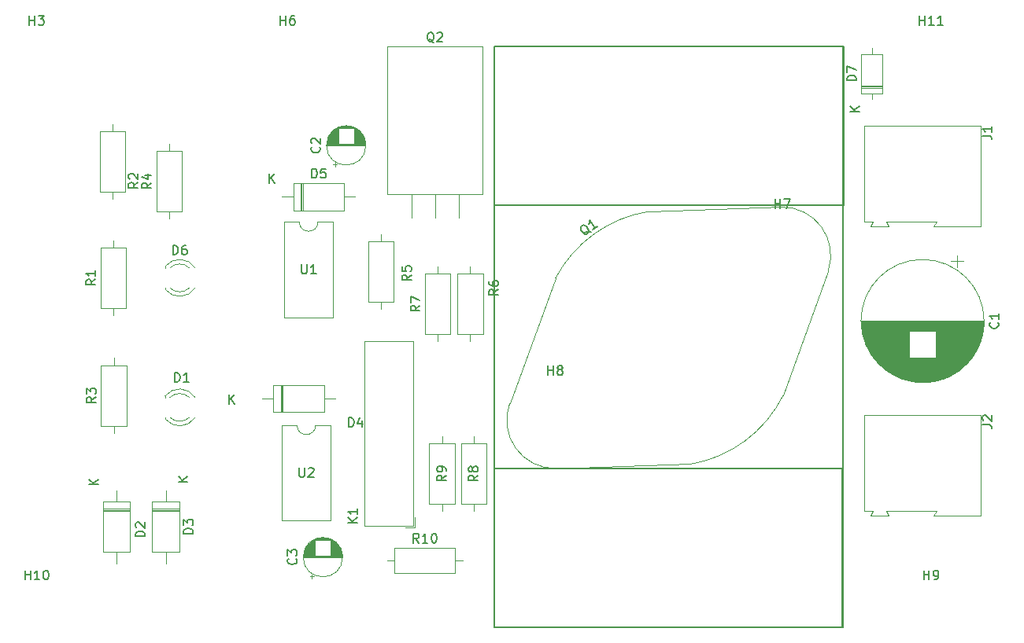
<source format=gbr>
%TF.GenerationSoftware,KiCad,Pcbnew,6.0.11-2627ca5db0~126~ubuntu22.04.1*%
%TF.CreationDate,2023-02-28T16:13:49+01:00*%
%TF.ProjectId,AstaGroeting-A_Spark_of_Passion,41737461-4772-46f6-9574-696e672d415f,rev?*%
%TF.SameCoordinates,Original*%
%TF.FileFunction,Legend,Top*%
%TF.FilePolarity,Positive*%
%FSLAX46Y46*%
G04 Gerber Fmt 4.6, Leading zero omitted, Abs format (unit mm)*
G04 Created by KiCad (PCBNEW 6.0.11-2627ca5db0~126~ubuntu22.04.1) date 2023-02-28 16:13:49*
%MOMM*%
%LPD*%
G01*
G04 APERTURE LIST*
%ADD10C,0.150000*%
%ADD11C,0.120000*%
G04 APERTURE END LIST*
D10*
X157950000Y-63130000D02*
X195450000Y-63130000D01*
X195450000Y-63130000D02*
X195450000Y-125630000D01*
X195450000Y-125630000D02*
X157950000Y-125630000D01*
X157950000Y-125630000D02*
X157950000Y-63130000D01*
X157950000Y-63130000D02*
X195550000Y-63130000D01*
X195550000Y-63130000D02*
X195550000Y-80180000D01*
X195550000Y-80180000D02*
X157950000Y-80180000D01*
X157950000Y-80180000D02*
X157950000Y-63130000D01*
X195350000Y-125630000D02*
X157950000Y-125630000D01*
X157950000Y-125630000D02*
X157950000Y-108580000D01*
X157950000Y-108580000D02*
X195350000Y-108580000D01*
X195350000Y-108580000D02*
X195350000Y-125630000D01*
%TO.C,R10*%
X149824642Y-116564880D02*
X149491309Y-116088690D01*
X149253214Y-116564880D02*
X149253214Y-115564880D01*
X149634166Y-115564880D01*
X149729404Y-115612500D01*
X149777023Y-115660119D01*
X149824642Y-115755357D01*
X149824642Y-115898214D01*
X149777023Y-115993452D01*
X149729404Y-116041071D01*
X149634166Y-116088690D01*
X149253214Y-116088690D01*
X150777023Y-116564880D02*
X150205595Y-116564880D01*
X150491309Y-116564880D02*
X150491309Y-115564880D01*
X150396071Y-115707738D01*
X150300833Y-115802976D01*
X150205595Y-115850595D01*
X151396071Y-115564880D02*
X151491309Y-115564880D01*
X151586547Y-115612500D01*
X151634166Y-115660119D01*
X151681785Y-115755357D01*
X151729404Y-115945833D01*
X151729404Y-116183928D01*
X151681785Y-116374404D01*
X151634166Y-116469642D01*
X151586547Y-116517261D01*
X151491309Y-116564880D01*
X151396071Y-116564880D01*
X151300833Y-116517261D01*
X151253214Y-116469642D01*
X151205595Y-116374404D01*
X151157976Y-116183928D01*
X151157976Y-115945833D01*
X151205595Y-115755357D01*
X151253214Y-115660119D01*
X151300833Y-115612500D01*
X151396071Y-115564880D01*
%TO.C,R9*%
X152769880Y-109299166D02*
X152293690Y-109632500D01*
X152769880Y-109870595D02*
X151769880Y-109870595D01*
X151769880Y-109489642D01*
X151817500Y-109394404D01*
X151865119Y-109346785D01*
X151960357Y-109299166D01*
X152103214Y-109299166D01*
X152198452Y-109346785D01*
X152246071Y-109394404D01*
X152293690Y-109489642D01*
X152293690Y-109870595D01*
X152769880Y-108822976D02*
X152769880Y-108632500D01*
X152722261Y-108537261D01*
X152674642Y-108489642D01*
X152531785Y-108394404D01*
X152341309Y-108346785D01*
X151960357Y-108346785D01*
X151865119Y-108394404D01*
X151817500Y-108442023D01*
X151769880Y-108537261D01*
X151769880Y-108727738D01*
X151817500Y-108822976D01*
X151865119Y-108870595D01*
X151960357Y-108918214D01*
X152198452Y-108918214D01*
X152293690Y-108870595D01*
X152341309Y-108822976D01*
X152388928Y-108727738D01*
X152388928Y-108537261D01*
X152341309Y-108442023D01*
X152293690Y-108394404D01*
X152198452Y-108346785D01*
%TO.C,R8*%
X156169880Y-109299166D02*
X155693690Y-109632500D01*
X156169880Y-109870595D02*
X155169880Y-109870595D01*
X155169880Y-109489642D01*
X155217500Y-109394404D01*
X155265119Y-109346785D01*
X155360357Y-109299166D01*
X155503214Y-109299166D01*
X155598452Y-109346785D01*
X155646071Y-109394404D01*
X155693690Y-109489642D01*
X155693690Y-109870595D01*
X155598452Y-108727738D02*
X155550833Y-108822976D01*
X155503214Y-108870595D01*
X155407976Y-108918214D01*
X155360357Y-108918214D01*
X155265119Y-108870595D01*
X155217500Y-108822976D01*
X155169880Y-108727738D01*
X155169880Y-108537261D01*
X155217500Y-108442023D01*
X155265119Y-108394404D01*
X155360357Y-108346785D01*
X155407976Y-108346785D01*
X155503214Y-108394404D01*
X155550833Y-108442023D01*
X155598452Y-108537261D01*
X155598452Y-108727738D01*
X155646071Y-108822976D01*
X155693690Y-108870595D01*
X155788928Y-108918214D01*
X155979404Y-108918214D01*
X156074642Y-108870595D01*
X156122261Y-108822976D01*
X156169880Y-108727738D01*
X156169880Y-108537261D01*
X156122261Y-108442023D01*
X156074642Y-108394404D01*
X155979404Y-108346785D01*
X155788928Y-108346785D01*
X155693690Y-108394404D01*
X155646071Y-108442023D01*
X155598452Y-108537261D01*
%TO.C,R7*%
X149932380Y-90996666D02*
X149456190Y-91330000D01*
X149932380Y-91568095D02*
X148932380Y-91568095D01*
X148932380Y-91187142D01*
X148980000Y-91091904D01*
X149027619Y-91044285D01*
X149122857Y-90996666D01*
X149265714Y-90996666D01*
X149360952Y-91044285D01*
X149408571Y-91091904D01*
X149456190Y-91187142D01*
X149456190Y-91568095D01*
X148932380Y-90663333D02*
X148932380Y-89996666D01*
X149932380Y-90425238D01*
%TO.C,R6*%
X158352380Y-89296666D02*
X157876190Y-89630000D01*
X158352380Y-89868095D02*
X157352380Y-89868095D01*
X157352380Y-89487142D01*
X157400000Y-89391904D01*
X157447619Y-89344285D01*
X157542857Y-89296666D01*
X157685714Y-89296666D01*
X157780952Y-89344285D01*
X157828571Y-89391904D01*
X157876190Y-89487142D01*
X157876190Y-89868095D01*
X157352380Y-88439523D02*
X157352380Y-88630000D01*
X157400000Y-88725238D01*
X157447619Y-88772857D01*
X157590476Y-88868095D01*
X157780952Y-88915714D01*
X158161904Y-88915714D01*
X158257142Y-88868095D01*
X158304761Y-88820476D01*
X158352380Y-88725238D01*
X158352380Y-88534761D01*
X158304761Y-88439523D01*
X158257142Y-88391904D01*
X158161904Y-88344285D01*
X157923809Y-88344285D01*
X157828571Y-88391904D01*
X157780952Y-88439523D01*
X157733333Y-88534761D01*
X157733333Y-88725238D01*
X157780952Y-88820476D01*
X157828571Y-88868095D01*
X157923809Y-88915714D01*
%TO.C,Q2*%
X151454761Y-62677619D02*
X151359523Y-62630000D01*
X151264285Y-62534761D01*
X151121428Y-62391904D01*
X151026190Y-62344285D01*
X150930952Y-62344285D01*
X150978571Y-62582380D02*
X150883333Y-62534761D01*
X150788095Y-62439523D01*
X150740476Y-62249047D01*
X150740476Y-61915714D01*
X150788095Y-61725238D01*
X150883333Y-61630000D01*
X150978571Y-61582380D01*
X151169047Y-61582380D01*
X151264285Y-61630000D01*
X151359523Y-61725238D01*
X151407142Y-61915714D01*
X151407142Y-62249047D01*
X151359523Y-62439523D01*
X151264285Y-62534761D01*
X151169047Y-62582380D01*
X150978571Y-62582380D01*
X151788095Y-61677619D02*
X151835714Y-61630000D01*
X151930952Y-61582380D01*
X152169047Y-61582380D01*
X152264285Y-61630000D01*
X152311904Y-61677619D01*
X152359523Y-61772857D01*
X152359523Y-61868095D01*
X152311904Y-62010952D01*
X151740476Y-62582380D01*
X152359523Y-62582380D01*
%TO.C,D7*%
X196882380Y-66768095D02*
X195882380Y-66768095D01*
X195882380Y-66530000D01*
X195930000Y-66387142D01*
X196025238Y-66291904D01*
X196120476Y-66244285D01*
X196310952Y-66196666D01*
X196453809Y-66196666D01*
X196644285Y-66244285D01*
X196739523Y-66291904D01*
X196834761Y-66387142D01*
X196882380Y-66530000D01*
X196882380Y-66768095D01*
X195882380Y-65863333D02*
X195882380Y-65196666D01*
X196882380Y-65625238D01*
X197202380Y-70101904D02*
X196202380Y-70101904D01*
X197202380Y-69530476D02*
X196630952Y-69959047D01*
X196202380Y-69530476D02*
X196773809Y-70101904D01*
%TO.C,U1*%
X137188095Y-86582380D02*
X137188095Y-87391904D01*
X137235714Y-87487142D01*
X137283333Y-87534761D01*
X137378571Y-87582380D01*
X137569047Y-87582380D01*
X137664285Y-87534761D01*
X137711904Y-87487142D01*
X137759523Y-87391904D01*
X137759523Y-86582380D01*
X138759523Y-87582380D02*
X138188095Y-87582380D01*
X138473809Y-87582380D02*
X138473809Y-86582380D01*
X138378571Y-86725238D01*
X138283333Y-86820476D01*
X138188095Y-86868095D01*
%TO.C,Q1*%
X168314051Y-83087592D02*
X168209012Y-83105047D01*
X168075983Y-83083977D01*
X167876440Y-83052373D01*
X167771401Y-83069828D01*
X167694351Y-83125807D01*
X167872825Y-83290441D02*
X167767786Y-83307896D01*
X167634757Y-83286826D01*
X167484273Y-83160717D01*
X167288345Y-82891045D01*
X167214911Y-82708957D01*
X167235980Y-82575928D01*
X167285040Y-82481424D01*
X167439138Y-82369465D01*
X167544177Y-82352010D01*
X167677206Y-82373079D01*
X167827690Y-82499188D01*
X168023618Y-82768860D01*
X168097053Y-82950949D01*
X168075983Y-83083977D01*
X168026923Y-83178482D01*
X167872825Y-83290441D01*
X168990039Y-82478737D02*
X168527743Y-82814615D01*
X168758891Y-82646676D02*
X168171106Y-81837659D01*
X168178026Y-82009212D01*
X168156956Y-82142241D01*
X168107897Y-82236745D01*
%TO.C,H11*%
X203661904Y-60782380D02*
X203661904Y-59782380D01*
X203661904Y-60258571D02*
X204233333Y-60258571D01*
X204233333Y-60782380D02*
X204233333Y-59782380D01*
X205233333Y-60782380D02*
X204661904Y-60782380D01*
X204947619Y-60782380D02*
X204947619Y-59782380D01*
X204852380Y-59925238D01*
X204757142Y-60020476D01*
X204661904Y-60068095D01*
X206185714Y-60782380D02*
X205614285Y-60782380D01*
X205900000Y-60782380D02*
X205900000Y-59782380D01*
X205804761Y-59925238D01*
X205709523Y-60020476D01*
X205614285Y-60068095D01*
%TO.C,K1*%
X143202380Y-114418095D02*
X142202380Y-114418095D01*
X143202380Y-113846666D02*
X142630952Y-114275238D01*
X142202380Y-113846666D02*
X142773809Y-114418095D01*
X143202380Y-112894285D02*
X143202380Y-113465714D01*
X143202380Y-113180000D02*
X142202380Y-113180000D01*
X142345238Y-113275238D01*
X142440476Y-113370476D01*
X142488095Y-113465714D01*
%TO.C,H6*%
X134938095Y-60782380D02*
X134938095Y-59782380D01*
X134938095Y-60258571D02*
X135509523Y-60258571D01*
X135509523Y-60782380D02*
X135509523Y-59782380D01*
X136414285Y-59782380D02*
X136223809Y-59782380D01*
X136128571Y-59830000D01*
X136080952Y-59877619D01*
X135985714Y-60020476D01*
X135938095Y-60210952D01*
X135938095Y-60591904D01*
X135985714Y-60687142D01*
X136033333Y-60734761D01*
X136128571Y-60782380D01*
X136319047Y-60782380D01*
X136414285Y-60734761D01*
X136461904Y-60687142D01*
X136509523Y-60591904D01*
X136509523Y-60353809D01*
X136461904Y-60258571D01*
X136414285Y-60210952D01*
X136319047Y-60163333D01*
X136128571Y-60163333D01*
X136033333Y-60210952D01*
X135985714Y-60258571D01*
X135938095Y-60353809D01*
%TO.C,C1*%
X212107142Y-92831451D02*
X212154761Y-92879070D01*
X212202380Y-93021927D01*
X212202380Y-93117165D01*
X212154761Y-93260023D01*
X212059523Y-93355261D01*
X211964285Y-93402880D01*
X211773809Y-93450499D01*
X211630952Y-93450499D01*
X211440476Y-93402880D01*
X211345238Y-93355261D01*
X211250000Y-93260023D01*
X211202380Y-93117165D01*
X211202380Y-93021927D01*
X211250000Y-92879070D01*
X211297619Y-92831451D01*
X212202380Y-91879070D02*
X212202380Y-92450499D01*
X212202380Y-92164785D02*
X211202380Y-92164785D01*
X211345238Y-92260023D01*
X211440476Y-92355261D01*
X211488095Y-92450499D01*
%TO.C,D1*%
X123551904Y-99232380D02*
X123551904Y-98232380D01*
X123790000Y-98232380D01*
X123932857Y-98280000D01*
X124028095Y-98375238D01*
X124075714Y-98470476D01*
X124123333Y-98660952D01*
X124123333Y-98803809D01*
X124075714Y-98994285D01*
X124028095Y-99089523D01*
X123932857Y-99184761D01*
X123790000Y-99232380D01*
X123551904Y-99232380D01*
X125075714Y-99232380D02*
X124504285Y-99232380D01*
X124790000Y-99232380D02*
X124790000Y-98232380D01*
X124694761Y-98375238D01*
X124599523Y-98470476D01*
X124504285Y-98518095D01*
%TO.C,D5*%
X138311904Y-77262380D02*
X138311904Y-76262380D01*
X138550000Y-76262380D01*
X138692857Y-76310000D01*
X138788095Y-76405238D01*
X138835714Y-76500476D01*
X138883333Y-76690952D01*
X138883333Y-76833809D01*
X138835714Y-77024285D01*
X138788095Y-77119523D01*
X138692857Y-77214761D01*
X138550000Y-77262380D01*
X138311904Y-77262380D01*
X139788095Y-76262380D02*
X139311904Y-76262380D01*
X139264285Y-76738571D01*
X139311904Y-76690952D01*
X139407142Y-76643333D01*
X139645238Y-76643333D01*
X139740476Y-76690952D01*
X139788095Y-76738571D01*
X139835714Y-76833809D01*
X139835714Y-77071904D01*
X139788095Y-77167142D01*
X139740476Y-77214761D01*
X139645238Y-77262380D01*
X139407142Y-77262380D01*
X139311904Y-77214761D01*
X139264285Y-77167142D01*
X133708095Y-77832380D02*
X133708095Y-76832380D01*
X134279523Y-77832380D02*
X133850952Y-77260952D01*
X134279523Y-76832380D02*
X133708095Y-77403809D01*
%TO.C,D3*%
X125522380Y-115568095D02*
X124522380Y-115568095D01*
X124522380Y-115330000D01*
X124570000Y-115187142D01*
X124665238Y-115091904D01*
X124760476Y-115044285D01*
X124950952Y-114996666D01*
X125093809Y-114996666D01*
X125284285Y-115044285D01*
X125379523Y-115091904D01*
X125474761Y-115187142D01*
X125522380Y-115330000D01*
X125522380Y-115568095D01*
X124522380Y-114663333D02*
X124522380Y-114044285D01*
X124903333Y-114377619D01*
X124903333Y-114234761D01*
X124950952Y-114139523D01*
X124998571Y-114091904D01*
X125093809Y-114044285D01*
X125331904Y-114044285D01*
X125427142Y-114091904D01*
X125474761Y-114139523D01*
X125522380Y-114234761D01*
X125522380Y-114520476D01*
X125474761Y-114615714D01*
X125427142Y-114663333D01*
X124952380Y-110011904D02*
X123952380Y-110011904D01*
X124952380Y-109440476D02*
X124380952Y-109869047D01*
X123952380Y-109440476D02*
X124523809Y-110011904D01*
%TO.C,H7*%
X188138095Y-80532380D02*
X188138095Y-79532380D01*
X188138095Y-80008571D02*
X188709523Y-80008571D01*
X188709523Y-80532380D02*
X188709523Y-79532380D01*
X189090476Y-79532380D02*
X189757142Y-79532380D01*
X189328571Y-80532380D01*
%TO.C,J1*%
X210442380Y-72728333D02*
X211156666Y-72728333D01*
X211299523Y-72775952D01*
X211394761Y-72871190D01*
X211442380Y-73014047D01*
X211442380Y-73109285D01*
X211442380Y-71728333D02*
X211442380Y-72299761D01*
X211442380Y-72014047D02*
X210442380Y-72014047D01*
X210585238Y-72109285D01*
X210680476Y-72204523D01*
X210728095Y-72299761D01*
%TO.C,H9*%
X204138095Y-120532380D02*
X204138095Y-119532380D01*
X204138095Y-120008571D02*
X204709523Y-120008571D01*
X204709523Y-120532380D02*
X204709523Y-119532380D01*
X205233333Y-120532380D02*
X205423809Y-120532380D01*
X205519047Y-120484761D01*
X205566666Y-120437142D01*
X205661904Y-120294285D01*
X205709523Y-120103809D01*
X205709523Y-119722857D01*
X205661904Y-119627619D01*
X205614285Y-119580000D01*
X205519047Y-119532380D01*
X205328571Y-119532380D01*
X205233333Y-119580000D01*
X205185714Y-119627619D01*
X205138095Y-119722857D01*
X205138095Y-119960952D01*
X205185714Y-120056190D01*
X205233333Y-120103809D01*
X205328571Y-120151428D01*
X205519047Y-120151428D01*
X205614285Y-120103809D01*
X205661904Y-120056190D01*
X205709523Y-119960952D01*
%TO.C,H3*%
X107938095Y-60782380D02*
X107938095Y-59782380D01*
X107938095Y-60258571D02*
X108509523Y-60258571D01*
X108509523Y-60782380D02*
X108509523Y-59782380D01*
X108890476Y-59782380D02*
X109509523Y-59782380D01*
X109176190Y-60163333D01*
X109319047Y-60163333D01*
X109414285Y-60210952D01*
X109461904Y-60258571D01*
X109509523Y-60353809D01*
X109509523Y-60591904D01*
X109461904Y-60687142D01*
X109414285Y-60734761D01*
X109319047Y-60782380D01*
X109033333Y-60782380D01*
X108938095Y-60734761D01*
X108890476Y-60687142D01*
%TO.C,C3*%
X136607142Y-118269266D02*
X136654761Y-118316885D01*
X136702380Y-118459742D01*
X136702380Y-118554980D01*
X136654761Y-118697838D01*
X136559523Y-118793076D01*
X136464285Y-118840695D01*
X136273809Y-118888314D01*
X136130952Y-118888314D01*
X135940476Y-118840695D01*
X135845238Y-118793076D01*
X135750000Y-118697838D01*
X135702380Y-118554980D01*
X135702380Y-118459742D01*
X135750000Y-118316885D01*
X135797619Y-118269266D01*
X135702380Y-117935933D02*
X135702380Y-117316885D01*
X136083333Y-117650219D01*
X136083333Y-117507361D01*
X136130952Y-117412123D01*
X136178571Y-117364504D01*
X136273809Y-117316885D01*
X136511904Y-117316885D01*
X136607142Y-117364504D01*
X136654761Y-117412123D01*
X136702380Y-117507361D01*
X136702380Y-117793076D01*
X136654761Y-117888314D01*
X136607142Y-117935933D01*
%TO.C,R3*%
X115082380Y-100866666D02*
X114606190Y-101200000D01*
X115082380Y-101438095D02*
X114082380Y-101438095D01*
X114082380Y-101057142D01*
X114130000Y-100961904D01*
X114177619Y-100914285D01*
X114272857Y-100866666D01*
X114415714Y-100866666D01*
X114510952Y-100914285D01*
X114558571Y-100961904D01*
X114606190Y-101057142D01*
X114606190Y-101438095D01*
X114082380Y-100533333D02*
X114082380Y-99914285D01*
X114463333Y-100247619D01*
X114463333Y-100104761D01*
X114510952Y-100009523D01*
X114558571Y-99961904D01*
X114653809Y-99914285D01*
X114891904Y-99914285D01*
X114987142Y-99961904D01*
X115034761Y-100009523D01*
X115082380Y-100104761D01*
X115082380Y-100390476D01*
X115034761Y-100485714D01*
X114987142Y-100533333D01*
%TO.C,R1*%
X115032380Y-88196666D02*
X114556190Y-88530000D01*
X115032380Y-88768095D02*
X114032380Y-88768095D01*
X114032380Y-88387142D01*
X114080000Y-88291904D01*
X114127619Y-88244285D01*
X114222857Y-88196666D01*
X114365714Y-88196666D01*
X114460952Y-88244285D01*
X114508571Y-88291904D01*
X114556190Y-88387142D01*
X114556190Y-88768095D01*
X115032380Y-87244285D02*
X115032380Y-87815714D01*
X115032380Y-87530000D02*
X114032380Y-87530000D01*
X114175238Y-87625238D01*
X114270476Y-87720476D01*
X114318095Y-87815714D01*
%TO.C,D4*%
X142261904Y-104082380D02*
X142261904Y-103082380D01*
X142500000Y-103082380D01*
X142642857Y-103130000D01*
X142738095Y-103225238D01*
X142785714Y-103320476D01*
X142833333Y-103510952D01*
X142833333Y-103653809D01*
X142785714Y-103844285D01*
X142738095Y-103939523D01*
X142642857Y-104034761D01*
X142500000Y-104082380D01*
X142261904Y-104082380D01*
X143690476Y-103415714D02*
X143690476Y-104082380D01*
X143452380Y-103034761D02*
X143214285Y-103749047D01*
X143833333Y-103749047D01*
X129438095Y-101582380D02*
X129438095Y-100582380D01*
X130009523Y-101582380D02*
X129580952Y-101010952D01*
X130009523Y-100582380D02*
X129438095Y-101153809D01*
%TO.C,J2*%
X210442380Y-103828333D02*
X211156666Y-103828333D01*
X211299523Y-103875952D01*
X211394761Y-103971190D01*
X211442380Y-104114047D01*
X211442380Y-104209285D01*
X210537619Y-103399761D02*
X210490000Y-103352142D01*
X210442380Y-103256904D01*
X210442380Y-103018809D01*
X210490000Y-102923571D01*
X210537619Y-102875952D01*
X210632857Y-102828333D01*
X210728095Y-102828333D01*
X210870952Y-102875952D01*
X211442380Y-103447380D01*
X211442380Y-102828333D01*
%TO.C,R2*%
X119602380Y-77746666D02*
X119126190Y-78080000D01*
X119602380Y-78318095D02*
X118602380Y-78318095D01*
X118602380Y-77937142D01*
X118650000Y-77841904D01*
X118697619Y-77794285D01*
X118792857Y-77746666D01*
X118935714Y-77746666D01*
X119030952Y-77794285D01*
X119078571Y-77841904D01*
X119126190Y-77937142D01*
X119126190Y-78318095D01*
X118697619Y-77365714D02*
X118650000Y-77318095D01*
X118602380Y-77222857D01*
X118602380Y-76984761D01*
X118650000Y-76889523D01*
X118697619Y-76841904D01*
X118792857Y-76794285D01*
X118888095Y-76794285D01*
X119030952Y-76841904D01*
X119602380Y-77413333D01*
X119602380Y-76794285D01*
%TO.C,D2*%
X120352380Y-115868095D02*
X119352380Y-115868095D01*
X119352380Y-115630000D01*
X119400000Y-115487142D01*
X119495238Y-115391904D01*
X119590476Y-115344285D01*
X119780952Y-115296666D01*
X119923809Y-115296666D01*
X120114285Y-115344285D01*
X120209523Y-115391904D01*
X120304761Y-115487142D01*
X120352380Y-115630000D01*
X120352380Y-115868095D01*
X119447619Y-114915714D02*
X119400000Y-114868095D01*
X119352380Y-114772857D01*
X119352380Y-114534761D01*
X119400000Y-114439523D01*
X119447619Y-114391904D01*
X119542857Y-114344285D01*
X119638095Y-114344285D01*
X119780952Y-114391904D01*
X120352380Y-114963333D01*
X120352380Y-114344285D01*
X115352380Y-110291904D02*
X114352380Y-110291904D01*
X115352380Y-109720476D02*
X114780952Y-110149047D01*
X114352380Y-109720476D02*
X114923809Y-110291904D01*
%TO.C,D6*%
X123351904Y-85522380D02*
X123351904Y-84522380D01*
X123590000Y-84522380D01*
X123732857Y-84570000D01*
X123828095Y-84665238D01*
X123875714Y-84760476D01*
X123923333Y-84950952D01*
X123923333Y-85093809D01*
X123875714Y-85284285D01*
X123828095Y-85379523D01*
X123732857Y-85474761D01*
X123590000Y-85522380D01*
X123351904Y-85522380D01*
X124780476Y-84522380D02*
X124590000Y-84522380D01*
X124494761Y-84570000D01*
X124447142Y-84617619D01*
X124351904Y-84760476D01*
X124304285Y-84950952D01*
X124304285Y-85331904D01*
X124351904Y-85427142D01*
X124399523Y-85474761D01*
X124494761Y-85522380D01*
X124685238Y-85522380D01*
X124780476Y-85474761D01*
X124828095Y-85427142D01*
X124875714Y-85331904D01*
X124875714Y-85093809D01*
X124828095Y-84998571D01*
X124780476Y-84950952D01*
X124685238Y-84903333D01*
X124494761Y-84903333D01*
X124399523Y-84950952D01*
X124351904Y-84998571D01*
X124304285Y-85093809D01*
%TO.C,R4*%
X121032380Y-77796666D02*
X120556190Y-78130000D01*
X121032380Y-78368095D02*
X120032380Y-78368095D01*
X120032380Y-77987142D01*
X120080000Y-77891904D01*
X120127619Y-77844285D01*
X120222857Y-77796666D01*
X120365714Y-77796666D01*
X120460952Y-77844285D01*
X120508571Y-77891904D01*
X120556190Y-77987142D01*
X120556190Y-78368095D01*
X120365714Y-76939523D02*
X121032380Y-76939523D01*
X119984761Y-77177619D02*
X120699047Y-77415714D01*
X120699047Y-76796666D01*
%TO.C,C2*%
X139107142Y-73919266D02*
X139154761Y-73966885D01*
X139202380Y-74109742D01*
X139202380Y-74204980D01*
X139154761Y-74347838D01*
X139059523Y-74443076D01*
X138964285Y-74490695D01*
X138773809Y-74538314D01*
X138630952Y-74538314D01*
X138440476Y-74490695D01*
X138345238Y-74443076D01*
X138250000Y-74347838D01*
X138202380Y-74204980D01*
X138202380Y-74109742D01*
X138250000Y-73966885D01*
X138297619Y-73919266D01*
X138297619Y-73538314D02*
X138250000Y-73490695D01*
X138202380Y-73395457D01*
X138202380Y-73157361D01*
X138250000Y-73062123D01*
X138297619Y-73014504D01*
X138392857Y-72966885D01*
X138488095Y-72966885D01*
X138630952Y-73014504D01*
X139202380Y-73585933D01*
X139202380Y-72966885D01*
%TO.C,H10*%
X107461904Y-120532380D02*
X107461904Y-119532380D01*
X107461904Y-120008571D02*
X108033333Y-120008571D01*
X108033333Y-120532380D02*
X108033333Y-119532380D01*
X109033333Y-120532380D02*
X108461904Y-120532380D01*
X108747619Y-120532380D02*
X108747619Y-119532380D01*
X108652380Y-119675238D01*
X108557142Y-119770476D01*
X108461904Y-119818095D01*
X109652380Y-119532380D02*
X109747619Y-119532380D01*
X109842857Y-119580000D01*
X109890476Y-119627619D01*
X109938095Y-119722857D01*
X109985714Y-119913333D01*
X109985714Y-120151428D01*
X109938095Y-120341904D01*
X109890476Y-120437142D01*
X109842857Y-120484761D01*
X109747619Y-120532380D01*
X109652380Y-120532380D01*
X109557142Y-120484761D01*
X109509523Y-120437142D01*
X109461904Y-120341904D01*
X109414285Y-120151428D01*
X109414285Y-119913333D01*
X109461904Y-119722857D01*
X109509523Y-119627619D01*
X109557142Y-119580000D01*
X109652380Y-119532380D01*
%TO.C,U2*%
X136938095Y-108482380D02*
X136938095Y-109291904D01*
X136985714Y-109387142D01*
X137033333Y-109434761D01*
X137128571Y-109482380D01*
X137319047Y-109482380D01*
X137414285Y-109434761D01*
X137461904Y-109387142D01*
X137509523Y-109291904D01*
X137509523Y-108482380D01*
X137938095Y-108577619D02*
X137985714Y-108530000D01*
X138080952Y-108482380D01*
X138319047Y-108482380D01*
X138414285Y-108530000D01*
X138461904Y-108577619D01*
X138509523Y-108672857D01*
X138509523Y-108768095D01*
X138461904Y-108910952D01*
X137890476Y-109482380D01*
X138509523Y-109482380D01*
%TO.C,R5*%
X149002380Y-87696666D02*
X148526190Y-88030000D01*
X149002380Y-88268095D02*
X148002380Y-88268095D01*
X148002380Y-87887142D01*
X148050000Y-87791904D01*
X148097619Y-87744285D01*
X148192857Y-87696666D01*
X148335714Y-87696666D01*
X148430952Y-87744285D01*
X148478571Y-87791904D01*
X148526190Y-87887142D01*
X148526190Y-88268095D01*
X148002380Y-86791904D02*
X148002380Y-87268095D01*
X148478571Y-87315714D01*
X148430952Y-87268095D01*
X148383333Y-87172857D01*
X148383333Y-86934761D01*
X148430952Y-86839523D01*
X148478571Y-86791904D01*
X148573809Y-86744285D01*
X148811904Y-86744285D01*
X148907142Y-86791904D01*
X148954761Y-86839523D01*
X149002380Y-86934761D01*
X149002380Y-87172857D01*
X148954761Y-87268095D01*
X148907142Y-87315714D01*
%TO.C,H8*%
X163713776Y-98502462D02*
X163713776Y-97502462D01*
X163713776Y-97978653D02*
X164285204Y-97978653D01*
X164285204Y-98502462D02*
X164285204Y-97502462D01*
X164904252Y-97931034D02*
X164809014Y-97883415D01*
X164761395Y-97835796D01*
X164713776Y-97740558D01*
X164713776Y-97692939D01*
X164761395Y-97597701D01*
X164809014Y-97550082D01*
X164904252Y-97502462D01*
X165094728Y-97502462D01*
X165189966Y-97550082D01*
X165237585Y-97597701D01*
X165285204Y-97692939D01*
X165285204Y-97740558D01*
X165237585Y-97835796D01*
X165189966Y-97883415D01*
X165094728Y-97931034D01*
X164904252Y-97931034D01*
X164809014Y-97978653D01*
X164761395Y-98026272D01*
X164713776Y-98121510D01*
X164713776Y-98311986D01*
X164761395Y-98407224D01*
X164809014Y-98454843D01*
X164904252Y-98502462D01*
X165094728Y-98502462D01*
X165189966Y-98454843D01*
X165237585Y-98407224D01*
X165285204Y-98311986D01*
X165285204Y-98121510D01*
X165237585Y-98026272D01*
X165189966Y-97978653D01*
X165094728Y-97931034D01*
D11*
%TO.C,R10*%
X154507500Y-118482500D02*
X153737500Y-118482500D01*
X146427500Y-118482500D02*
X147197500Y-118482500D01*
X147197500Y-117112500D02*
X147197500Y-119852500D01*
X153737500Y-119852500D02*
X153737500Y-117112500D01*
X147197500Y-119852500D02*
X153737500Y-119852500D01*
X153737500Y-117112500D02*
X147197500Y-117112500D01*
%TO.C,R9*%
X152317500Y-113172500D02*
X152317500Y-112402500D01*
X152317500Y-105092500D02*
X152317500Y-105862500D01*
X153687500Y-105862500D02*
X150947500Y-105862500D01*
X150947500Y-112402500D02*
X153687500Y-112402500D01*
X150947500Y-105862500D02*
X150947500Y-112402500D01*
X153687500Y-112402500D02*
X153687500Y-105862500D01*
%TO.C,R8*%
X155717500Y-105092500D02*
X155717500Y-105862500D01*
X155717500Y-113172500D02*
X155717500Y-112402500D01*
X154347500Y-112402500D02*
X157087500Y-112402500D01*
X157087500Y-105862500D02*
X154347500Y-105862500D01*
X157087500Y-112402500D02*
X157087500Y-105862500D01*
X154347500Y-105862500D02*
X154347500Y-112402500D01*
%TO.C,R7*%
X151850000Y-86790000D02*
X151850000Y-87560000D01*
X151850000Y-94870000D02*
X151850000Y-94100000D01*
X150480000Y-94100000D02*
X153220000Y-94100000D01*
X153220000Y-87560000D02*
X150480000Y-87560000D01*
X153220000Y-94100000D02*
X153220000Y-87560000D01*
X150480000Y-87560000D02*
X150480000Y-94100000D01*
%TO.C,R6*%
X155350000Y-86790000D02*
X155350000Y-87560000D01*
X155350000Y-94870000D02*
X155350000Y-94100000D01*
X153980000Y-94100000D02*
X156720000Y-94100000D01*
X156720000Y-87560000D02*
X153980000Y-87560000D01*
X156720000Y-94100000D02*
X156720000Y-87560000D01*
X153980000Y-87560000D02*
X153980000Y-94100000D01*
%TO.C,Q2*%
X149010000Y-79020000D02*
X149010000Y-81560000D01*
X154090000Y-79020000D02*
X154090000Y-81560000D01*
X151550000Y-79020000D02*
X151550000Y-81560000D01*
X146430000Y-79020000D02*
X156670000Y-79020000D01*
X156670000Y-63130000D02*
X156670000Y-79020000D01*
X146430000Y-63130000D02*
X156670000Y-63130000D01*
X146430000Y-63130000D02*
X146430000Y-79020000D01*
%TO.C,D7*%
X197430000Y-63910000D02*
X197430000Y-68150000D01*
X197430000Y-67430000D02*
X199670000Y-67430000D01*
X197430000Y-67550000D02*
X199670000Y-67550000D01*
X199670000Y-63910000D02*
X197430000Y-63910000D01*
X197430000Y-67310000D02*
X199670000Y-67310000D01*
X198550000Y-68800000D02*
X198550000Y-68150000D01*
X197430000Y-68150000D02*
X199670000Y-68150000D01*
X199670000Y-68150000D02*
X199670000Y-63910000D01*
X198550000Y-63260000D02*
X198550000Y-63910000D01*
%TO.C,U1*%
X136960000Y-82000000D02*
X135310000Y-82000000D01*
X140610000Y-82000000D02*
X138960000Y-82000000D01*
X140610000Y-92280000D02*
X140610000Y-82000000D01*
X135310000Y-82000000D02*
X135310000Y-92280000D01*
X135310000Y-92280000D02*
X140610000Y-92280000D01*
X136960000Y-82000000D02*
G75*
G03*
X138960000Y-82000000I1000000J0D01*
G01*
%TO.C,Q1*%
X179033805Y-108057980D02*
X164564541Y-108558365D01*
X189006838Y-100688541D02*
X193850956Y-87280539D01*
X174606099Y-80867625D02*
X188854781Y-80403895D01*
X164515510Y-88075260D02*
X159590489Y-101542041D01*
X159590489Y-101542041D02*
G75*
G03*
X164564541Y-108558365I4885192J-1808041D01*
G01*
X179028275Y-108092900D02*
G75*
G03*
X189006838Y-100688541I-2282078J13501504D01*
G01*
X174606099Y-80867626D02*
G75*
G03*
X164515510Y-88075260I2105150J-13614341D01*
G01*
X193850957Y-87280539D02*
G75*
G03*
X188854781Y-80403895I-4925147J1674960D01*
G01*
%TO.C,K1*%
X149182500Y-114712500D02*
X143982500Y-114712500D01*
X143982500Y-114712500D02*
X143982500Y-94812500D01*
X149382500Y-113812500D02*
X149382500Y-114912500D01*
X149382500Y-114912500D02*
X148382500Y-114912500D01*
X143982500Y-94812500D02*
X149182500Y-94812500D01*
X149182500Y-94812500D02*
X149182500Y-114712500D01*
%TO.C,C1*%
X207846000Y-98025785D02*
X200154000Y-98025785D01*
X209174000Y-96745785D02*
X198826000Y-96745785D01*
X208390000Y-97585785D02*
X199610000Y-97585785D01*
X210516000Y-93585785D02*
X197484000Y-93585785D01*
X202560000Y-94905785D02*
X197810000Y-94905785D01*
X209902000Y-95585785D02*
X205440000Y-95585785D01*
X210245000Y-94745785D02*
X205440000Y-94745785D01*
X206055000Y-98945785D02*
X201945000Y-98945785D01*
X206670000Y-98705785D02*
X201330000Y-98705785D01*
X210342000Y-94425785D02*
X205440000Y-94425785D01*
X207733000Y-98105785D02*
X200267000Y-98105785D01*
X209110000Y-96825785D02*
X198890000Y-96825785D01*
X202560000Y-93905785D02*
X197537000Y-93905785D01*
X202560000Y-96065785D02*
X198359000Y-96065785D01*
X210161000Y-94985785D02*
X205440000Y-94985785D01*
X204475000Y-99265785D02*
X203525000Y-99265785D01*
X202560000Y-95265785D02*
X197951000Y-95265785D01*
X209799000Y-95785785D02*
X205440000Y-95785785D01*
X207954000Y-97945785D02*
X200046000Y-97945785D01*
X208602000Y-97385785D02*
X199398000Y-97385785D01*
X208057000Y-97865785D02*
X199943000Y-97865785D01*
X207152000Y-98465785D02*
X200848000Y-98465785D01*
X205315000Y-99145785D02*
X202685000Y-99145785D01*
X209463000Y-96345785D02*
X205440000Y-96345785D01*
X205494000Y-99105785D02*
X202506000Y-99105785D01*
X205107000Y-99185785D02*
X202893000Y-99185785D01*
X208345000Y-97625785D02*
X199655000Y-97625785D01*
X202560000Y-95465785D02*
X198041000Y-95465785D01*
X202560000Y-94025785D02*
X197561000Y-94025785D01*
X209542000Y-96225785D02*
X205440000Y-96225785D01*
X202560000Y-96585785D02*
X198705000Y-96585785D01*
X202560000Y-96345785D02*
X198537000Y-96345785D01*
X202560000Y-95385785D02*
X198004000Y-95385785D01*
X205653000Y-99065785D02*
X202347000Y-99065785D01*
X202560000Y-96265785D02*
X198484000Y-96265785D01*
X210576000Y-92904785D02*
X197424000Y-92904785D01*
X202560000Y-95545785D02*
X198079000Y-95545785D01*
X210579000Y-92784785D02*
X197421000Y-92784785D01*
X208721000Y-97265785D02*
X199279000Y-97265785D01*
X210463000Y-93905785D02*
X205440000Y-93905785D01*
X210065000Y-95225785D02*
X205440000Y-95225785D01*
X210522000Y-93545785D02*
X197478000Y-93545785D01*
X208643000Y-97345785D02*
X199357000Y-97345785D01*
X202560000Y-93945785D02*
X197544000Y-93945785D01*
X208299000Y-97665785D02*
X199701000Y-97665785D01*
X209567000Y-96185785D02*
X205440000Y-96185785D01*
X206842000Y-98625785D02*
X201158000Y-98625785D01*
X210258000Y-94705785D02*
X205440000Y-94705785D01*
X202560000Y-95825785D02*
X198222000Y-95825785D01*
X209295000Y-96585785D02*
X205440000Y-96585785D01*
X207223000Y-98425785D02*
X200777000Y-98425785D01*
X209996000Y-95385785D02*
X205440000Y-95385785D01*
X208871000Y-97105785D02*
X199129000Y-97105785D01*
X208365000Y-86230216D02*
X207065000Y-86230216D01*
X202560000Y-94225785D02*
X197606000Y-94225785D01*
X210353000Y-94385785D02*
X205440000Y-94385785D01*
X202560000Y-96145785D02*
X198408000Y-96145785D01*
X208942000Y-97025785D02*
X199058000Y-97025785D01*
X208253000Y-97705785D02*
X199747000Y-97705785D01*
X202560000Y-96225785D02*
X198458000Y-96225785D01*
X202560000Y-94385785D02*
X197647000Y-94385785D01*
X207427000Y-98305785D02*
X200573000Y-98305785D01*
X202560000Y-95585785D02*
X198098000Y-95585785D01*
X202560000Y-96545785D02*
X198676000Y-96545785D01*
X208561000Y-97425785D02*
X199439000Y-97425785D01*
X207675000Y-98145785D02*
X200325000Y-98145785D01*
X202560000Y-94105785D02*
X197578000Y-94105785D01*
X206281000Y-98865785D02*
X201719000Y-98865785D01*
X202560000Y-96425785D02*
X198591000Y-96425785D01*
X202560000Y-93745785D02*
X197508000Y-93745785D01*
X210232000Y-94785785D02*
X205440000Y-94785785D01*
X210456000Y-93945785D02*
X205440000Y-93945785D01*
X210320000Y-94505785D02*
X205440000Y-94505785D01*
X202560000Y-95025785D02*
X197854000Y-95025785D01*
X210549000Y-93304785D02*
X197451000Y-93304785D01*
X210218000Y-94825785D02*
X205440000Y-94825785D01*
X208682000Y-97305785D02*
X199318000Y-97305785D01*
X206758000Y-98665785D02*
X201242000Y-98665785D01*
X210439000Y-94025785D02*
X205440000Y-94025785D01*
X210575000Y-92944785D02*
X197425000Y-92944785D01*
X204850000Y-99225785D02*
X203150000Y-99225785D01*
X209265000Y-96625785D02*
X198735000Y-96625785D01*
X209778000Y-95825785D02*
X205440000Y-95825785D01*
X210553000Y-93264785D02*
X197447000Y-93264785D01*
X208157000Y-97785785D02*
X199843000Y-97785785D01*
X202560000Y-94985785D02*
X197839000Y-94985785D01*
X209959000Y-95465785D02*
X205440000Y-95465785D01*
X209142000Y-96785785D02*
X198858000Y-96785785D01*
X210492000Y-93745785D02*
X205440000Y-93745785D01*
X202560000Y-96465785D02*
X198619000Y-96465785D01*
X210478000Y-93825785D02*
X205440000Y-93825785D01*
X210098000Y-95145785D02*
X205440000Y-95145785D01*
X209617000Y-96105785D02*
X205440000Y-96105785D01*
X202560000Y-95225785D02*
X197935000Y-95225785D01*
X202560000Y-94745785D02*
X197755000Y-94745785D01*
X209011000Y-96945785D02*
X198989000Y-96945785D01*
X210573000Y-92984785D02*
X197427000Y-92984785D01*
X210175000Y-94945785D02*
X205440000Y-94945785D01*
X207293000Y-98385785D02*
X200707000Y-98385785D01*
X210308000Y-94545785D02*
X205440000Y-94545785D01*
X210431000Y-94065785D02*
X205440000Y-94065785D01*
X210082000Y-95185785D02*
X205440000Y-95185785D01*
X208760000Y-97225785D02*
X199240000Y-97225785D01*
X207491000Y-98265785D02*
X200509000Y-98265785D01*
X210577000Y-92864785D02*
X197423000Y-92864785D01*
X202560000Y-94785785D02*
X197768000Y-94785785D01*
X210532000Y-93465785D02*
X197468000Y-93465785D01*
X210204000Y-94865785D02*
X205440000Y-94865785D01*
X210331000Y-94465785D02*
X205440000Y-94465785D01*
X209353000Y-96505785D02*
X205440000Y-96505785D01*
X209324000Y-96545785D02*
X205440000Y-96545785D01*
X210031000Y-95305785D02*
X205440000Y-95305785D01*
X209711000Y-95945785D02*
X205440000Y-95945785D01*
X202560000Y-95945785D02*
X198289000Y-95945785D01*
X209516000Y-96265785D02*
X205440000Y-96265785D01*
X202560000Y-95865785D02*
X198244000Y-95865785D01*
X202560000Y-95745785D02*
X198180000Y-95745785D01*
X210471000Y-93865785D02*
X205440000Y-93865785D01*
X207554000Y-98225785D02*
X200446000Y-98225785D01*
X209820000Y-95745785D02*
X205440000Y-95745785D01*
X202560000Y-96505785D02*
X198647000Y-96505785D01*
X210511000Y-93625785D02*
X197489000Y-93625785D01*
X202560000Y-94665785D02*
X197729000Y-94665785D01*
X208797000Y-97185785D02*
X199203000Y-97185785D01*
X210364000Y-94345785D02*
X205440000Y-94345785D01*
X209409000Y-96425785D02*
X205440000Y-96425785D01*
X208434000Y-97545785D02*
X199566000Y-97545785D01*
X210580000Y-92704785D02*
X197420000Y-92704785D01*
X209436000Y-96385785D02*
X205440000Y-96385785D01*
X206923000Y-98585785D02*
X201077000Y-98585785D01*
X210448000Y-93985785D02*
X205440000Y-93985785D01*
X209733000Y-95905785D02*
X205440000Y-95905785D01*
X202560000Y-94545785D02*
X197692000Y-94545785D01*
X210384000Y-94265785D02*
X205440000Y-94265785D01*
X210566000Y-93104785D02*
X197434000Y-93104785D01*
X202560000Y-95785785D02*
X198201000Y-95785785D01*
X202560000Y-94265785D02*
X197616000Y-94265785D01*
X209664000Y-96025785D02*
X205440000Y-96025785D01*
X210563000Y-93144785D02*
X197437000Y-93144785D01*
X202560000Y-96385785D02*
X198564000Y-96385785D01*
X202560000Y-94305785D02*
X197626000Y-94305785D01*
X209235000Y-96665785D02*
X198765000Y-96665785D01*
X210537000Y-93425785D02*
X197463000Y-93425785D01*
X207002000Y-98545785D02*
X200998000Y-98545785D01*
X209641000Y-96065785D02*
X205440000Y-96065785D01*
X210505000Y-93665785D02*
X197495000Y-93665785D01*
X208519000Y-97465785D02*
X199481000Y-97465785D01*
X205931000Y-98985785D02*
X202069000Y-98985785D01*
X209862000Y-95665785D02*
X205440000Y-95665785D01*
X209978000Y-95425785D02*
X205440000Y-95425785D01*
X206484000Y-98785785D02*
X201516000Y-98785785D01*
X210541000Y-93385785D02*
X197459000Y-93385785D01*
X202560000Y-95105785D02*
X197886000Y-95105785D01*
X209205000Y-96705785D02*
X198795000Y-96705785D01*
X206385000Y-98825785D02*
X201615000Y-98825785D01*
X202560000Y-95425785D02*
X198022000Y-95425785D01*
X209940000Y-95505785D02*
X205440000Y-95505785D01*
X210527000Y-93505785D02*
X197473000Y-93505785D01*
X202560000Y-94585785D02*
X197704000Y-94585785D01*
X209592000Y-96145785D02*
X205440000Y-96145785D01*
X202560000Y-96185785D02*
X198433000Y-96185785D01*
X202560000Y-94145785D02*
X197587000Y-94145785D01*
X210413000Y-94145785D02*
X205440000Y-94145785D01*
X202560000Y-94465785D02*
X197669000Y-94465785D01*
X210580000Y-92744785D02*
X197420000Y-92744785D01*
X202560000Y-94505785D02*
X197680000Y-94505785D01*
X202560000Y-94625785D02*
X197716000Y-94625785D01*
X202560000Y-94705785D02*
X197742000Y-94705785D01*
X202560000Y-94065785D02*
X197569000Y-94065785D01*
X202560000Y-96105785D02*
X198383000Y-96105785D01*
X206171000Y-98905785D02*
X201829000Y-98905785D01*
X209921000Y-95545785D02*
X205440000Y-95545785D01*
X208907000Y-97065785D02*
X199093000Y-97065785D01*
X207715000Y-85580216D02*
X207715000Y-86880216D01*
X207900000Y-97985785D02*
X200100000Y-97985785D01*
X210571000Y-93024785D02*
X197429000Y-93024785D01*
X210580000Y-92664785D02*
X197420000Y-92664785D01*
X210394000Y-94225785D02*
X205440000Y-94225785D01*
X202560000Y-95185785D02*
X197918000Y-95185785D01*
X208834000Y-97145785D02*
X199166000Y-97145785D01*
X210545000Y-93344785D02*
X197455000Y-93344785D01*
X210049000Y-95265785D02*
X205440000Y-95265785D01*
X208205000Y-97745785D02*
X199795000Y-97745785D01*
X209490000Y-96305785D02*
X205440000Y-96305785D01*
X210404000Y-94185785D02*
X205440000Y-94185785D01*
X210560000Y-93184785D02*
X197440000Y-93184785D01*
X202560000Y-94865785D02*
X197796000Y-94865785D01*
X210114000Y-95105785D02*
X205440000Y-95105785D01*
X210579000Y-92824785D02*
X197421000Y-92824785D01*
X202560000Y-94425785D02*
X197658000Y-94425785D01*
X210568000Y-93064785D02*
X197432000Y-93064785D01*
X205798000Y-99025785D02*
X202202000Y-99025785D01*
X202560000Y-95665785D02*
X198138000Y-95665785D01*
X207615000Y-98185785D02*
X200385000Y-98185785D01*
X210557000Y-93224785D02*
X197443000Y-93224785D01*
X210190000Y-94905785D02*
X205440000Y-94905785D01*
X209078000Y-96865785D02*
X198922000Y-96865785D01*
X209841000Y-95705785D02*
X205440000Y-95705785D01*
X202560000Y-94945785D02*
X197825000Y-94945785D01*
X202560000Y-93865785D02*
X197529000Y-93865785D01*
X202560000Y-93825785D02*
X197522000Y-93825785D01*
X209756000Y-95865785D02*
X205440000Y-95865785D01*
X207078000Y-98505785D02*
X200922000Y-98505785D01*
X208006000Y-97905785D02*
X199994000Y-97905785D01*
X202560000Y-93985785D02*
X197552000Y-93985785D01*
X210296000Y-94585785D02*
X205440000Y-94585785D01*
X210374000Y-94305785D02*
X205440000Y-94305785D01*
X202560000Y-95985785D02*
X198312000Y-95985785D01*
X202560000Y-96025785D02*
X198336000Y-96025785D01*
X210485000Y-93785785D02*
X205440000Y-93785785D01*
X210130000Y-95065785D02*
X205440000Y-95065785D01*
X206579000Y-98745785D02*
X201421000Y-98745785D01*
X202560000Y-95065785D02*
X197870000Y-95065785D01*
X202560000Y-95705785D02*
X198159000Y-95705785D01*
X210271000Y-94665785D02*
X205440000Y-94665785D01*
X207790000Y-98065785D02*
X200210000Y-98065785D01*
X210422000Y-94105785D02*
X205440000Y-94105785D01*
X202560000Y-95905785D02*
X198267000Y-95905785D01*
X209688000Y-95985785D02*
X205440000Y-95985785D01*
X202560000Y-95345785D02*
X197986000Y-95345785D01*
X210284000Y-94625785D02*
X205440000Y-94625785D01*
X202560000Y-95145785D02*
X197902000Y-95145785D01*
X202560000Y-95505785D02*
X198060000Y-95505785D01*
X202560000Y-93785785D02*
X197515000Y-93785785D01*
X208108000Y-97825785D02*
X199892000Y-97825785D01*
X209381000Y-96465785D02*
X205440000Y-96465785D01*
X202560000Y-94825785D02*
X197782000Y-94825785D01*
X210146000Y-95025785D02*
X205440000Y-95025785D01*
X209044000Y-96905785D02*
X198956000Y-96905785D01*
X202560000Y-95305785D02*
X197969000Y-95305785D01*
X208977000Y-96985785D02*
X199023000Y-96985785D01*
X202560000Y-95625785D02*
X198118000Y-95625785D01*
X210014000Y-95345785D02*
X205440000Y-95345785D01*
X210498000Y-93705785D02*
X197502000Y-93705785D01*
X202560000Y-94185785D02*
X197596000Y-94185785D01*
X208477000Y-97505785D02*
X199523000Y-97505785D01*
X207361000Y-98345785D02*
X200639000Y-98345785D01*
X202560000Y-96305785D02*
X198510000Y-96305785D01*
X202560000Y-94345785D02*
X197636000Y-94345785D01*
X209882000Y-95625785D02*
X205440000Y-95625785D01*
X210620000Y-92664785D02*
G75*
G03*
X210620000Y-92664785I-6620000J0D01*
G01*
%TO.C,D1*%
X122525000Y-103060000D02*
X122525000Y-103216000D01*
X122525000Y-100744000D02*
X122525000Y-100900000D01*
X125757335Y-100901392D02*
G75*
G03*
X122525000Y-100744484I-1672335J-1078608D01*
G01*
X125126130Y-100900163D02*
G75*
G03*
X123044039Y-100900000I-1041130J-1079837D01*
G01*
X122525000Y-103215516D02*
G75*
G03*
X125757335Y-103058608I1560000J1235516D01*
G01*
X123044039Y-103060000D02*
G75*
G03*
X125126130Y-103059837I1040961J1080000D01*
G01*
%TO.C,D5*%
X136330000Y-80750000D02*
X141770000Y-80750000D01*
X135110000Y-79280000D02*
X136330000Y-79280000D01*
X137230000Y-77810000D02*
X137230000Y-80750000D01*
X142990000Y-79280000D02*
X141770000Y-79280000D01*
X137350000Y-77810000D02*
X137350000Y-80750000D01*
X137110000Y-77810000D02*
X137110000Y-80750000D01*
X136330000Y-77810000D02*
X136330000Y-80750000D01*
X141770000Y-77810000D02*
X136330000Y-77810000D01*
X141770000Y-80750000D02*
X141770000Y-77810000D01*
%TO.C,D3*%
X124070000Y-113010000D02*
X121130000Y-113010000D01*
X124070000Y-117550000D02*
X124070000Y-112110000D01*
X124070000Y-112890000D02*
X121130000Y-112890000D01*
X121130000Y-117550000D02*
X124070000Y-117550000D01*
X124070000Y-112110000D02*
X121130000Y-112110000D01*
X121130000Y-112110000D02*
X121130000Y-117550000D01*
X122600000Y-118770000D02*
X122600000Y-117550000D01*
X122600000Y-110890000D02*
X122600000Y-112110000D01*
X124070000Y-113130000D02*
X121130000Y-113130000D01*
%TO.C,J1*%
X200100000Y-82015000D02*
X205500000Y-82015000D01*
X200300000Y-82515000D02*
X200350000Y-82515000D01*
X198650000Y-82015000D02*
X198400000Y-82515000D01*
X205500000Y-82015000D02*
X205200000Y-82515000D01*
X205200000Y-82515000D02*
X210300000Y-82515000D01*
X200350000Y-82515000D02*
X200100000Y-82015000D01*
X197700000Y-71665000D02*
X197700000Y-82015000D01*
X197700000Y-82015000D02*
X198650000Y-82015000D01*
X210300000Y-71665000D02*
X197700000Y-71665000D01*
X210300000Y-82515000D02*
X210300000Y-71665000D01*
X198400000Y-82515000D02*
X200300000Y-82515000D01*
%TO.C,C3*%
X140340000Y-117862600D02*
X141567000Y-117862600D01*
X137458000Y-117702600D02*
X138660000Y-117702600D01*
X139130000Y-116021600D02*
X139870000Y-116021600D01*
X137913000Y-116741600D02*
X138660000Y-116741600D01*
X140340000Y-116501600D02*
X140851000Y-116501600D01*
X137450000Y-117742600D02*
X138660000Y-117742600D01*
X137611000Y-117221600D02*
X138660000Y-117221600D01*
X138305000Y-120372401D02*
X138305000Y-119972401D01*
X138487000Y-116261600D02*
X140513000Y-116261600D01*
X140340000Y-117061600D02*
X141308000Y-117061600D01*
X140340000Y-117101600D02*
X141330000Y-117101600D01*
X137426000Y-117942600D02*
X141574000Y-117942600D01*
X140340000Y-117341600D02*
X141440000Y-117341600D01*
X140340000Y-116381600D02*
X140700000Y-116381600D01*
X140340000Y-117301600D02*
X141424000Y-117301600D01*
X140340000Y-117462600D02*
X141482000Y-117462600D01*
X137630000Y-117181600D02*
X138660000Y-117181600D01*
X140340000Y-116821600D02*
X141150000Y-116821600D01*
X140340000Y-116901600D02*
X141208000Y-116901600D01*
X140340000Y-116421600D02*
X140754000Y-116421600D01*
X140340000Y-117702600D02*
X141542000Y-117702600D01*
X137692000Y-117061600D02*
X138660000Y-117061600D01*
X137420000Y-118062600D02*
X141580000Y-118062600D01*
X140340000Y-116581600D02*
X140938000Y-116581600D01*
X138022000Y-116621600D02*
X138660000Y-116621600D01*
X140340000Y-117381600D02*
X141454000Y-117381600D01*
X140340000Y-117662600D02*
X141534000Y-117662600D01*
X137792000Y-116901600D02*
X138660000Y-116901600D01*
X138105000Y-120172401D02*
X138505000Y-120172401D01*
X138358000Y-116341600D02*
X138660000Y-116341600D01*
X140340000Y-116301600D02*
X140580000Y-116301600D01*
X140340000Y-116981600D02*
X141260000Y-116981600D01*
X137850000Y-116821600D02*
X138660000Y-116821600D01*
X138420000Y-116301600D02*
X138660000Y-116301600D01*
X137560000Y-117341600D02*
X138660000Y-117341600D01*
X138641000Y-116181600D02*
X140359000Y-116181600D01*
X140340000Y-117782600D02*
X141556000Y-117782600D01*
X140340000Y-117021600D02*
X141285000Y-117021600D01*
X137715000Y-117021600D02*
X138660000Y-117021600D01*
X137740000Y-116981600D02*
X138660000Y-116981600D01*
X140340000Y-117742600D02*
X141550000Y-117742600D01*
X138196000Y-116461600D02*
X138660000Y-116461600D01*
X140340000Y-116741600D02*
X141087000Y-116741600D01*
X137475000Y-117622600D02*
X138660000Y-117622600D01*
X138149000Y-116501600D02*
X138660000Y-116501600D01*
X140340000Y-117221600D02*
X141389000Y-117221600D01*
X137670000Y-117101600D02*
X138660000Y-117101600D01*
X140340000Y-116541600D02*
X140896000Y-116541600D01*
X140340000Y-116781600D02*
X141119000Y-116781600D01*
X138732000Y-116141600D02*
X140268000Y-116141600D01*
X137532000Y-117422600D02*
X138660000Y-117422600D01*
X137948000Y-116701600D02*
X138660000Y-116701600D01*
X138560000Y-116221600D02*
X140440000Y-116221600D01*
X140340000Y-116941600D02*
X141235000Y-116941600D01*
X137420000Y-118102600D02*
X141580000Y-118102600D01*
X140340000Y-117902600D02*
X141571000Y-117902600D01*
X137438000Y-117822600D02*
X138660000Y-117822600D01*
X137506000Y-117502600D02*
X138660000Y-117502600D01*
X137444000Y-117782600D02*
X138660000Y-117782600D01*
X138300000Y-116381600D02*
X138660000Y-116381600D01*
X140340000Y-116341600D02*
X140642000Y-116341600D01*
X137421000Y-118022600D02*
X141579000Y-118022600D01*
X140340000Y-117422600D02*
X141468000Y-117422600D01*
X140340000Y-117542600D02*
X141505000Y-117542600D01*
X137429000Y-117902600D02*
X138660000Y-117902600D01*
X138963000Y-116061600D02*
X140037000Y-116061600D01*
X138246000Y-116421600D02*
X138660000Y-116421600D01*
X137881000Y-116781600D02*
X138660000Y-116781600D01*
X140340000Y-116661600D02*
X141016000Y-116661600D01*
X137593000Y-117261600D02*
X138660000Y-117261600D01*
X137820000Y-116861600D02*
X138660000Y-116861600D01*
X137576000Y-117301600D02*
X138660000Y-117301600D01*
X137649000Y-117141600D02*
X138660000Y-117141600D01*
X140340000Y-117502600D02*
X141494000Y-117502600D01*
X140340000Y-117582600D02*
X141516000Y-117582600D01*
X137765000Y-116941600D02*
X138660000Y-116941600D01*
X140340000Y-117141600D02*
X141351000Y-117141600D01*
X138836000Y-116101600D02*
X140164000Y-116101600D01*
X137518000Y-117462600D02*
X138660000Y-117462600D01*
X137423000Y-117982600D02*
X141577000Y-117982600D01*
X140340000Y-117261600D02*
X141407000Y-117261600D01*
X140340000Y-116861600D02*
X141180000Y-116861600D01*
X140340000Y-117181600D02*
X141370000Y-117181600D01*
X137984000Y-116661600D02*
X138660000Y-116661600D01*
X140340000Y-116621600D02*
X140978000Y-116621600D01*
X137484000Y-117582600D02*
X138660000Y-117582600D01*
X140340000Y-116701600D02*
X141052000Y-116701600D01*
X138104000Y-116541600D02*
X138660000Y-116541600D01*
X140340000Y-117822600D02*
X141562000Y-117822600D01*
X140340000Y-116461600D02*
X140804000Y-116461600D01*
X137433000Y-117862600D02*
X138660000Y-117862600D01*
X137495000Y-117542600D02*
X138660000Y-117542600D01*
X137466000Y-117662600D02*
X138660000Y-117662600D01*
X140340000Y-117622600D02*
X141525000Y-117622600D01*
X138062000Y-116581600D02*
X138660000Y-116581600D01*
X137546000Y-117381600D02*
X138660000Y-117381600D01*
X141620000Y-118102600D02*
G75*
G03*
X141620000Y-118102600I-2120000J0D01*
G01*
%TO.C,R3*%
X117000000Y-104740000D02*
X117000000Y-103970000D01*
X117000000Y-96660000D02*
X117000000Y-97430000D01*
X115630000Y-103970000D02*
X118370000Y-103970000D01*
X115630000Y-97430000D02*
X115630000Y-103970000D01*
X118370000Y-97430000D02*
X115630000Y-97430000D01*
X118370000Y-103970000D02*
X118370000Y-97430000D01*
%TO.C,R1*%
X118320000Y-84760000D02*
X115580000Y-84760000D01*
X115580000Y-84760000D02*
X115580000Y-91300000D01*
X116950000Y-83990000D02*
X116950000Y-84760000D01*
X116950000Y-92070000D02*
X116950000Y-91300000D01*
X115580000Y-91300000D02*
X118320000Y-91300000D01*
X118320000Y-91300000D02*
X118320000Y-84760000D01*
%TO.C,D4*%
X134180000Y-102500000D02*
X139620000Y-102500000D01*
X139620000Y-99560000D02*
X134180000Y-99560000D01*
X134180000Y-99560000D02*
X134180000Y-102500000D01*
X140840000Y-101030000D02*
X139620000Y-101030000D01*
X132960000Y-101030000D02*
X134180000Y-101030000D01*
X135200000Y-99560000D02*
X135200000Y-102500000D01*
X135080000Y-99560000D02*
X135080000Y-102500000D01*
X139620000Y-102500000D02*
X139620000Y-99560000D01*
X134960000Y-99560000D02*
X134960000Y-102500000D01*
%TO.C,J2*%
X200350000Y-113615000D02*
X200100000Y-113115000D01*
X205200000Y-113615000D02*
X210300000Y-113615000D01*
X197700000Y-113115000D02*
X198650000Y-113115000D01*
X198650000Y-113115000D02*
X198400000Y-113615000D01*
X197700000Y-102765000D02*
X197700000Y-113115000D01*
X200100000Y-113115000D02*
X205500000Y-113115000D01*
X210300000Y-113615000D02*
X210300000Y-102765000D01*
X210300000Y-102765000D02*
X197700000Y-102765000D01*
X200300000Y-113615000D02*
X200350000Y-113615000D01*
X198400000Y-113615000D02*
X200300000Y-113615000D01*
X205500000Y-113115000D02*
X205200000Y-113615000D01*
%TO.C,R2*%
X115480000Y-78750000D02*
X118220000Y-78750000D01*
X115480000Y-72210000D02*
X115480000Y-78750000D01*
X118220000Y-78750000D02*
X118220000Y-72210000D01*
X116850000Y-71440000D02*
X116850000Y-72210000D01*
X118220000Y-72210000D02*
X115480000Y-72210000D01*
X116850000Y-79520000D02*
X116850000Y-78750000D01*
%TO.C,D2*%
X115830000Y-112110000D02*
X115830000Y-117550000D01*
X118770000Y-117550000D02*
X118770000Y-112110000D01*
X118770000Y-113010000D02*
X115830000Y-113010000D01*
X118770000Y-112890000D02*
X115830000Y-112890000D01*
X115830000Y-117550000D02*
X118770000Y-117550000D01*
X117300000Y-118770000D02*
X117300000Y-117550000D01*
X118770000Y-112110000D02*
X115830000Y-112110000D01*
X118770000Y-113130000D02*
X115830000Y-113130000D01*
X117300000Y-110890000D02*
X117300000Y-112110000D01*
%TO.C,D6*%
X122530000Y-89110000D02*
X122530000Y-89266000D01*
X122530000Y-86794000D02*
X122530000Y-86950000D01*
X123049039Y-89110000D02*
G75*
G03*
X125131130Y-89109837I1040961J1080000D01*
G01*
X125762335Y-86951392D02*
G75*
G03*
X122530000Y-86794484I-1672335J-1078608D01*
G01*
X122530000Y-89265516D02*
G75*
G03*
X125762335Y-89108608I1560000J1235516D01*
G01*
X125131130Y-86950163D02*
G75*
G03*
X123049039Y-86950000I-1041130J-1079837D01*
G01*
%TO.C,R4*%
X121580000Y-74360000D02*
X121580000Y-80900000D01*
X122950000Y-81670000D02*
X122950000Y-80900000D01*
X124320000Y-80900000D02*
X124320000Y-74360000D01*
X124320000Y-74360000D02*
X121580000Y-74360000D01*
X121580000Y-80900000D02*
X124320000Y-80900000D01*
X122950000Y-73590000D02*
X122950000Y-74360000D01*
%TO.C,C2*%
X142840000Y-73312600D02*
X144034000Y-73312600D01*
X140522000Y-72271600D02*
X141160000Y-72271600D01*
X139944000Y-73432600D02*
X141160000Y-73432600D01*
X140130000Y-72831600D02*
X141160000Y-72831600D01*
X140484000Y-72311600D02*
X141160000Y-72311600D01*
X140805000Y-76022401D02*
X140805000Y-75622401D01*
X139929000Y-73552600D02*
X141160000Y-73552600D01*
X142840000Y-73152600D02*
X143994000Y-73152600D01*
X139923000Y-73632600D02*
X144077000Y-73632600D01*
X140649000Y-72151600D02*
X141160000Y-72151600D01*
X140800000Y-72031600D02*
X141160000Y-72031600D01*
X142840000Y-73472600D02*
X144062000Y-73472600D01*
X142840000Y-72271600D02*
X143478000Y-72271600D01*
X142840000Y-73392600D02*
X144050000Y-73392600D01*
X142840000Y-72391600D02*
X143587000Y-72391600D01*
X142840000Y-73112600D02*
X143982000Y-73112600D01*
X140696000Y-72111600D02*
X141160000Y-72111600D01*
X139933000Y-73512600D02*
X141160000Y-73512600D01*
X142840000Y-73432600D02*
X144056000Y-73432600D01*
X140170000Y-72751600D02*
X141160000Y-72751600D01*
X142840000Y-72191600D02*
X143396000Y-72191600D01*
X141336000Y-71751600D02*
X142664000Y-71751600D01*
X142840000Y-72951600D02*
X143924000Y-72951600D01*
X140060000Y-72991600D02*
X141160000Y-72991600D01*
X140448000Y-72351600D02*
X141160000Y-72351600D01*
X142840000Y-72551600D02*
X143708000Y-72551600D01*
X142840000Y-73232600D02*
X144016000Y-73232600D01*
X140093000Y-72911600D02*
X141160000Y-72911600D01*
X142840000Y-73512600D02*
X144067000Y-73512600D01*
X140111000Y-72871600D02*
X141160000Y-72871600D01*
X139920000Y-73712600D02*
X144080000Y-73712600D01*
X140076000Y-72951600D02*
X141160000Y-72951600D01*
X142840000Y-73031600D02*
X143954000Y-73031600D01*
X140215000Y-72671600D02*
X141160000Y-72671600D01*
X142840000Y-73552600D02*
X144071000Y-73552600D01*
X140413000Y-72391600D02*
X141160000Y-72391600D01*
X142840000Y-72911600D02*
X143907000Y-72911600D01*
X140987000Y-71911600D02*
X143013000Y-71911600D01*
X140320000Y-72511600D02*
X141160000Y-72511600D01*
X142840000Y-72351600D02*
X143552000Y-72351600D01*
X140920000Y-71951600D02*
X141160000Y-71951600D01*
X142840000Y-72151600D02*
X143351000Y-72151600D01*
X139921000Y-73672600D02*
X144079000Y-73672600D01*
X140018000Y-73112600D02*
X141160000Y-73112600D01*
X141141000Y-71831600D02*
X142859000Y-71831600D01*
X142840000Y-72711600D02*
X143808000Y-72711600D01*
X139984000Y-73232600D02*
X141160000Y-73232600D01*
X140292000Y-72551600D02*
X141160000Y-72551600D01*
X139995000Y-73192600D02*
X141160000Y-73192600D01*
X142840000Y-72991600D02*
X143940000Y-72991600D01*
X142840000Y-73072600D02*
X143968000Y-73072600D01*
X142840000Y-72031600D02*
X143200000Y-72031600D01*
X142840000Y-72871600D02*
X143889000Y-72871600D01*
X141630000Y-71671600D02*
X142370000Y-71671600D01*
X142840000Y-72831600D02*
X143870000Y-72831600D01*
X142840000Y-72111600D02*
X143304000Y-72111600D01*
X140149000Y-72791600D02*
X141160000Y-72791600D01*
X140746000Y-72071600D02*
X141160000Y-72071600D01*
X142840000Y-72231600D02*
X143438000Y-72231600D01*
X142840000Y-72431600D02*
X143619000Y-72431600D01*
X140350000Y-72471600D02*
X141160000Y-72471600D01*
X142840000Y-73352600D02*
X144042000Y-73352600D01*
X142840000Y-72791600D02*
X143851000Y-72791600D01*
X139975000Y-73272600D02*
X141160000Y-73272600D01*
X141232000Y-71791600D02*
X142768000Y-71791600D01*
X140858000Y-71991600D02*
X141160000Y-71991600D01*
X139958000Y-73352600D02*
X141160000Y-73352600D01*
X140381000Y-72431600D02*
X141160000Y-72431600D01*
X142840000Y-73192600D02*
X144005000Y-73192600D01*
X142840000Y-72631600D02*
X143760000Y-72631600D01*
X139938000Y-73472600D02*
X141160000Y-73472600D01*
X140562000Y-72231600D02*
X141160000Y-72231600D01*
X142840000Y-72071600D02*
X143254000Y-72071600D01*
X142840000Y-71951600D02*
X143080000Y-71951600D01*
X139926000Y-73592600D02*
X144074000Y-73592600D01*
X140006000Y-73152600D02*
X141160000Y-73152600D01*
X142840000Y-72471600D02*
X143650000Y-72471600D01*
X142840000Y-71991600D02*
X143142000Y-71991600D01*
X139950000Y-73392600D02*
X141160000Y-73392600D01*
X142840000Y-72671600D02*
X143785000Y-72671600D01*
X140192000Y-72711600D02*
X141160000Y-72711600D01*
X142840000Y-73272600D02*
X144025000Y-73272600D01*
X140265000Y-72591600D02*
X141160000Y-72591600D01*
X140240000Y-72631600D02*
X141160000Y-72631600D01*
X142840000Y-72311600D02*
X143516000Y-72311600D01*
X139966000Y-73312600D02*
X141160000Y-73312600D01*
X141060000Y-71871600D02*
X142940000Y-71871600D01*
X142840000Y-72751600D02*
X143830000Y-72751600D01*
X139920000Y-73752600D02*
X144080000Y-73752600D01*
X142840000Y-72591600D02*
X143735000Y-72591600D01*
X140604000Y-72191600D02*
X141160000Y-72191600D01*
X140605000Y-75822401D02*
X141005000Y-75822401D01*
X140046000Y-73031600D02*
X141160000Y-73031600D01*
X140032000Y-73072600D02*
X141160000Y-73072600D01*
X142840000Y-72511600D02*
X143680000Y-72511600D01*
X141463000Y-71711600D02*
X142537000Y-71711600D01*
X144120000Y-73752600D02*
G75*
G03*
X144120000Y-73752600I-2120000J0D01*
G01*
%TO.C,U2*%
X135060000Y-114180000D02*
X140360000Y-114180000D01*
X136710000Y-103900000D02*
X135060000Y-103900000D01*
X140360000Y-103900000D02*
X138710000Y-103900000D01*
X135060000Y-103900000D02*
X135060000Y-114180000D01*
X140360000Y-114180000D02*
X140360000Y-103900000D01*
X136710000Y-103900000D02*
G75*
G03*
X138710000Y-103900000I1000000J0D01*
G01*
%TO.C,R5*%
X144380000Y-84060000D02*
X144380000Y-90600000D01*
X147120000Y-84060000D02*
X144380000Y-84060000D01*
X145750000Y-91370000D02*
X145750000Y-90600000D01*
X147120000Y-90600000D02*
X147120000Y-84060000D01*
X144380000Y-90600000D02*
X147120000Y-90600000D01*
X145750000Y-83290000D02*
X145750000Y-84060000D01*
%TD*%
M02*

</source>
